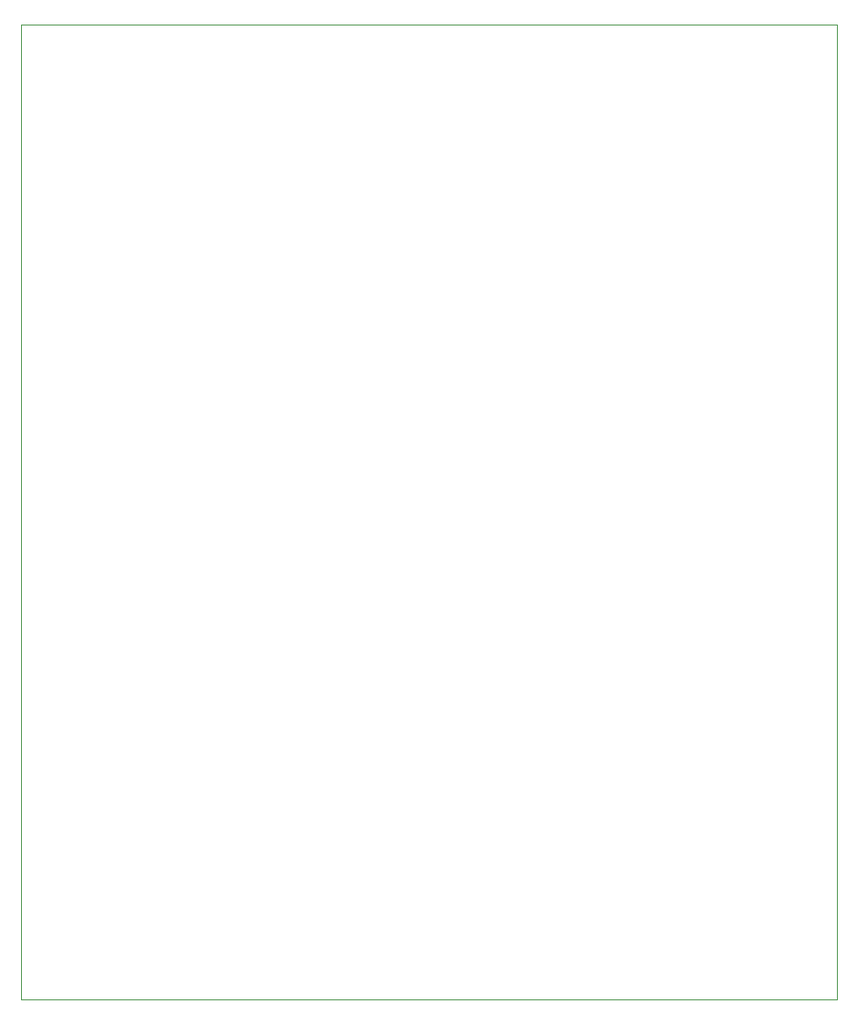
<source format=gbr>
G04 #@! TF.GenerationSoftware,KiCad,Pcbnew,(5.1.5)-3*
G04 #@! TF.CreationDate,2020-03-20T16:35:38+01:00*
G04 #@! TF.ProjectId,TrackRay_H00,54726163-6b52-4617-995f-4830302e6b69,rev?*
G04 #@! TF.SameCoordinates,Original*
G04 #@! TF.FileFunction,Profile,NP*
%FSLAX46Y46*%
G04 Gerber Fmt 4.6, Leading zero omitted, Abs format (unit mm)*
G04 Created by KiCad (PCBNEW (5.1.5)-3) date 2020-03-20 16:35:38*
%MOMM*%
%LPD*%
G04 APERTURE LIST*
%ADD10C,0.050000*%
G04 APERTURE END LIST*
D10*
X78800000Y0D02*
X0Y0D01*
X78800000Y-94000000D02*
X78800000Y0D01*
X0Y-94000000D02*
X78800000Y-94000000D01*
X0Y0D02*
X0Y-94000000D01*
M02*

</source>
